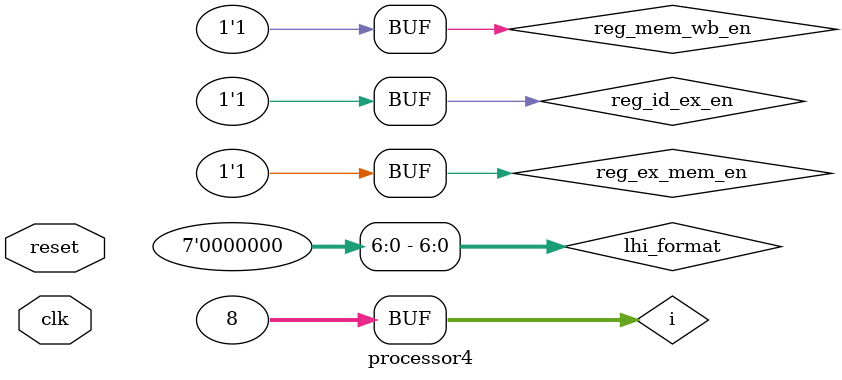
<source format=v>
module processor4 (
	input clk, reset
);

//reg [15:0] pc_current = 16'd0;
wire [15:0] pc_current_value;
reg pc_enable = 1'b1;

wire [15:0] IWR, pc_1, alu3_src2_value, alu3_out, sign_extended_6_id, sign_extended_9_id;
wire [15:0] T1, T2, alu1_out, sign_extended_6_ex, sign_extended_9_ex, T3, alu1_src2_4, T4;
wire [15:0] lhi_format;

reg [15:0] reg_addr1, pc_2, alu1_src2_value, pc_3, rfd3;

wire [2:0] temp_addr, alu_control_signal;
reg [2:0] rfa3;

wire t3_sel, branch, jump, load, sig_multiple, sig_all, mem_read, mem_write, reg_write;
wire [1:0] alu1_src, alu1_op, jump_type, reg_src1, reg_write_data_sel, reg_write_addr_sel;

reg carry_flag, zero_flag;

wire carry, zero, modify_reg_write, new_reg_write;


wire stall_condition_sp;
wire r_type_id, sw_id, br_id, sig_mult_or_all_id, adi_instr, store_multiple_id, store_all_id; 

wire [2:0] ra_id, ra_ex, ra_mem, ra_wb, rb_id, rb_ex, rb_mem, rb_wb, rc_ex, rc_mem, rc_wb;

wire r_type_ex, r_type_mem, r_type_wb;

wire condition1_t1_r1, condition1_t1_r2, condition1_t1_r;
wire condition2_t1_r1, condition2_t1_r2, condition2_t1_r;
wire condition3_t1_r1, condition3_t1_r2, condition3_t1_r;

wire condition1_t2_r1, condition1_t2_r2, condition1_t2_r3, condition1_t2_r;
wire condition2_t2_r1, condition2_t2_r2, condition2_t2_r3, condition2_t2_r;
wire condition3_t2_r1, condition3_t2_r2, condition3_t2_r3, condition3_t2_r;

wire [15:0] value_from_ex_to_id_r, value_from_mem_to_id_r, value_from_wb_to_id_r;

wire lw_lhi_ex, lw_lhi_mem, lw_lhi_wb;

wire stall_condition_t1_lw_lhi1, stall_condition_t1_lw_lhi2, stall_condition_t1_lw_lhi;
wire condition1_t1_lw_lhi1, condition1_t1_lw_lhi2, condition1_t1_lw_lhi;
wire condition2_t1_lw_lhi1, condition2_t1_lw_lhi2, condition2_t1_lw_lhi;

wire stall_condition_t2_lw_lhi1, stall_condition_t2_lw_lhi2, stall_condition_t2_lw_lhi3, stall_condition_t2_lw_lhi;
wire condition1_t2_lw_lhi1, condition1_t2_lw_lhi2, condition1_t2_lw_lhi3, condition1_t2_lw_lhi;
wire condition2_t2_lw_lhi1, condition2_t2_lw_lhi2, condition2_t2_lw_lhi3, condition2_t2_lw_lhi;

wire [15:0] value_from_mem_to_id_lw_lhi, value_from_wb_to_id_lw_lhi;

wire jal_jlr_ex, jal_jlr_mem, jal_jlr_wb;
wire condition1_t1_jal_jlr1, condition1_t1_jal_jlr2, condition1_t1_jal_jlr;
wire condition2_t1_jal_jlr1, condition2_t1_jal_jlr2, condition2_t1_jal_jlr;
wire condition3_t1_jal_jlr1, condition3_t1_jal_jlr2, condition3_t1_jal_jlr;
wire condition1_t2_jal_jlr1, condition1_t2_jal_jlr2, condition1_t2_jal_jlr3, condition1_t2_jal_jlr;
wire condition2_t2_jal_jlr1, condition2_t2_jal_jlr2, condition2_t2_jal_jlr3, condition2_t2_jal_jlr;
wire condition3_t2_jal_jlr1, condition3_t2_jal_jlr2, condition3_t2_jal_jlr3, condition3_t2_jal_jlr;
wire [15:0] value_from_ex_to_id_jal_jlr, value_from_mem_to_id_jal_jlr, value_from_wb_to_id_jal_jlr;

wire lm_ex, lm_mem;
wire condition1_t1_lm1, condition1_t1_lm2, condition1_t1_lm;
wire condition2_t1_lm1, condition2_t1_lm2,  condition2_t1_lm3, condition2_t1_lm4, condition2_t1_lm;
wire condition1_t2_lm1, condition1_t2_lm2, condition1_t2_lm3, condition1_t2_lm;
wire condition2_t2_lm1, condition2_t2_lm2, condition2_t2_lm3, condition2_t2_lm4, condition2_t2_lm5, condition2_t2_lm6, condition2_t2_lm;
wire [15:0] value_from_mem_to_id_lm, value_from_wb_to_id_lm;

wire la_ex, la_mem;
wire condition1_t1_la1, condition1_t1_la2, condition1_t1_la;
wire condition2_t1_la1, condition2_t1_la2, condition2_t1_la3, condition2_t1_la4, condition2_t1_la;
wire condition1_t2_la1, condition1_t2_la2, condition1_t2_la3, condition1_t2_la;
wire condition2_t2_la1, condition2_t2_la2, condition2_t2_la3, condition2_t2_la4, condition2_t2_la5, condition2_t2_la6, condition2_t2_la;

wire [15:0] value_from_mem_to_id_la, value_from_wb_to_id_la;

wire adi_ex, adi_mem, adi_wb;
wire condition1_t1_adi1, condition1_t1_adi2, condition1_t1_adi;
wire condition2_t1_adi1, condition2_t1_adi2, condition2_t1_adi;
wire condition3_t1_adi1, condition3_t1_adi2, condition3_t1_adi;
wire condition1_t2_adi1, condition1_t2_adi2, condition1_t2_adi3, condition1_t2_adi;
wire condition2_t2_adi1, condition2_t2_adi2, condition2_t2_adi3, condition2_t2_adi;
wire condition3_t2_adi1, condition3_t2_adi2, condition3_t2_adi3, condition3_t2_adi;
wire [15:0] value_from_ex_to_id_adi, value_from_mem_to_id_adi, value_from_wb_to_id_adi;


/////
wire store_all_ex, store_all_mem;
/////

////////////////////////
reg [2:0] reg_addr2, counter_store_multiple, counter_store_all, k_multiple, k_all;
reg counter_store_multiple_en, counter_store_all_en, k_multiple_en, k_all_en, reg_write_sp;
reg shift_reg_store_en, mem_write_sp, shift_reg_load_en, counter_load_multiple_en, counter_load_all_en;
reg [7:0] shift_reg_store, shift_reg_load;
reg [2:0] counter_load, counter_load_multiple, counter_load_all;
wire [15:0] alu1_src1_value;
wire alu1_extra_control_sig;

//////////////////////

reg flush_condition_ex;
wire flush_condition_id;

reg [15:0] T1_new, T2_new;

reg reg_if_id_en = 1'b1;
reg reg_id_ex_en = 1'b1;
reg reg_ex_mem_en = 1'b1;
reg reg_mem_wb_en = 1'b1;

reg [48:0] IF_ID_reg = 49'b0;
reg [115:0] ID_EX_reg = 116'b0;
reg [79:0] EX_MEM_reg = 80'b0;
reg [77:0] MEM_WB_reg = 78'b0;

reg [33:0] look_up_table_branch [0:7];
reg [2:0] look_up_table_branch_top;

reg [1:0] fsm_table [0:7];

reg flag1, flag2, flag3, match_sig;
//reg [2:0] i;
integer i;
integer i_var;
reg [15:0] bta;

initial
begin
	for(i=0; i<8; i=i+1)
		look_up_table_branch[i] = 0;
	
	look_up_table_branch_top = 0;
	
	fsm_table[0] = 2'b00;
	fsm_table[1] = 2'b01;
	fsm_table[2] = 2'b00;
	fsm_table[3] = 2'b11;
	fsm_table[4] = 2'b00;
	fsm_table[5] = 2'b11;
	fsm_table[6] = 2'b10;
	fsm_table[7] = 2'b11;
	
	//pc_current = 0;
	IF_ID_reg = 0;
	ID_EX_reg = 0;
	EX_MEM_reg = 0;
	MEM_WB_reg = 0;
	carry_flag = 0;
	zero_flag = 0;
	
	counter_load_all = 0;
	counter_load_multiple = 0;
	counter_store_all = 0;
	counter_store_multiple = 0;
	k_multiple = 0;
	k_all = 0;
	
	counter_load_all_en = 1'b0;
	counter_load_multiple_en = 1'b0;
	counter_store_all_en = 1'b0;
	counter_store_multiple_en = 1'b0;
	k_multiple_en = 1'b0;
	k_all_en = 1'b0;
end

/////////////////// in instruction fetch (IF) state ////////////////

//instruction_memory imem (
//								.pc(pc_current),
//								.instruction(IWR));

instruction_memory imem (
								.pc(pc_current_value),
								.instruction(IWR));

always @(*) begin
	flag3 = 0;
	for (i=0; i<8; i=i+1)
		if(flag3 != 1) begin
			if ((look_up_table_branch[i][33:18] == pc_current_value) && (look_up_table_branch[i][1] == 1'b1)) begin
				bta <= look_up_table_branch[i][17:2];
				match_sig <= 1'b1;
				flag3 = 1;
			end
			else begin
				bta <= 16'd0;
				match_sig <= 1'b0;
			end
		end
end
			
			
								
//alu_adder alu2 (.a(pc_current),
//						.b(16'd1),
//						.alu_result(pc_1));

alu_adder alu2 (.a(pc_current_value),
						.b(16'd1),
						.alu_result(pc_1));


/////////////////// end of if ////////////////////////

//always @(posedge clk)
//	begin
//		if (reg_if_id_en)
//			begin
//				IF_ID_reg[47:32] <= pc_current;
//				IF_ID_reg[31:16] <= pc_1;
//				IF_ID_reg[15:0] <= IWR;
//			end
//		//pc_current <= pc_1;
//	end

always @(posedge clk)
	begin
		if (reg_if_id_en)
			begin
				if (flush_condition_id | flush_condition_ex)
					IF_ID_reg <= 0;
				else begin
					IF_ID_reg[48] <= match_sig;
//					IF_ID_reg[47:32] <= pc_current;
					IF_ID_reg[47:32] <= pc_current_value;
					IF_ID_reg[31:16] <= pc_1;
					IF_ID_reg[15:0] <= IWR;
				end
			end
		//pc_current <= pc_1;
	end

/////////////////// in instruction decode and register read (ID-OF) state //////////////

control_unit cu (
					.reset( reset ),
					.opcode( IF_ID_reg[15:12] ),
					.alu1_src( alu1_src ),
					.alu1_op( alu1_op ),
					.t3_sel( t3_sel ),
					.load( load ),
					.sig_multiple( sig_multiple ),
					.sig_all( sig_all ),
					.branch( branch ),
					.jump( jump ),
					.jump_type( jump_type ),
					.reg_src1( reg_src1 ),
					.mem_read( mem_read ),
					.mem_write( mem_write ),
					.reg_write( reg_write ),
					.reg_write_data_sel( reg_write_data_sel ),
					.reg_write_addr_sel( reg_write_addr_sel )
					);
				
					
alu_adder alu3 (
					.a( IF_ID_reg[47:32] ),		//pc_current
					.b( alu3_src2_value ),		//alu3_src2
					.alu_result( alu3_out )		//alu3_out
					);

// se6 of IWR(5:0)					
assign sign_extended_6_id = {{10{IF_ID_reg[5]}}, IF_ID_reg[5:0]};

// se9 of IWR(8:0)
assign sign_extended_9_id = {{7{IF_ID_reg[8]}}, IF_ID_reg[8:0]};

// control signal is jump_type ans branch
assign alu3_src2_value = (~branch & jump) ? sign_extended_9_id : sign_extended_6_id;

//register_file reg_file (
//								.clk( clk ),
//								.rst( reset ),
//								.reg_write_en( reg_write_sp ),
//								.reg_read_addr_1( reg_addr1 ),		//rf_a1
//								.reg_read_data_1( T1 ),		//rf_d1
//								.reg_read_addr_2( IF_ID_reg[8:6] ),		//rf_a2 = IWR(8:6)
//								.reg_read_data_2( T2 ),		//rf_d2
//								.reg_write_dest( rfa3 ),		//rf_a3
//								.reg_write_data( rfd3 )			//rf_d3
//								);
register_file1 reg_file (
								.clk( clk ),
								.rst( reset ),
								.reg_write_en( reg_write_sp ),
								.reg_read_addr_1( reg_addr1 ),		//rf_a1
								.reg_read_data_1( T1 ),		//rf_d1
								.reg_read_addr_2( reg_addr2 ),		//rf_a2 = IWR(8:6)
								.reg_read_data_2( T2 ),		//rf_d2
								.reg_write_dest( rfa3 ),		//rf_a3
								.reg_write_data( rfd3 ),			//rf_d3
								.pc_enable_value( pc_enable ),
								.pc_value_out( pc_current_value ),
								.match_sig( match_sig ),
								.bta( bta ),
								.condition1( (~IF_ID_reg[48] & (jump & (jump_type[0] ^ jump_type[1]))) ),
								.condition2( ((ID_EX_reg[10] & (ID_EX_reg[115] ^ zero)) | (~ID_EX_reg[115] & (ID_EX_reg[9] & ~(ID_EX_reg[8] | ID_EX_reg[7])))) ),
								.value1( pc_2 ),
								.value2( pc_3 ),
								.value3( pc_1 ),
//								.value4( wb_instr_result ),
//								.reg_write_en1( reg_write_en_rf )
								.reg_write_en1( 1'b0 )
								);


//always @(posedge clk)
//	if (counter_store_multiple == 7)
//		counter_store_multiple_en <= 1'b0;
//	else if (sig_multiple)
//		counter_store_multiple_en <= 1'b1;
always @(posedge clk)
	if ((counter_store_multiple == 7) | (k_multiple == 7))
		counter_store_multiple_en <= 1'b0;
	else if (sig_multiple & (~load))
		counter_store_multiple_en <= 1'b1;
	

//always @(posedge clk)
//	if (counter_store_multiple_en)
//		counter_store_multiple <= counter_store_multiple + 1;

//always @(posedge clk)
//	if (counter_store_multiple_en | (~load & sig_multiple))
//		counter_store_multiple <= counter_store_multiple + 1;
always @(posedge clk)
	if ((counter_store_multiple_en | (~load & sig_multiple)) & (|(k_multiple ^ 3'b111)))
		counter_store_multiple <= counter_store_multiple + 1;


//always @(posedge clk)
//	if (counter_store_all == 6)
//		counter_store_all_en <= 1'b0;
//	else if (sig_all)
//		counter_store_all_en <= 1'b1;
always @(posedge clk)
	if ((counter_store_all == 6) | (k_all == 6))
		counter_store_all_en <= 1'b0;
	else if (sig_all & (~load))
		counter_store_all_en <= 1'b1;
	

//always @(posedge clk)
//	if (counter_store_all_en) begin
//		counter_store_all <= counter_store_all + 1;
//		if (counter_store_all == 6)
//			counter_store_all <= 0;
//	end
//always @(posedge clk)
//	if (counter_store_all_en | (~load & sig_all)) begin
//		counter_store_all <= counter_store_all + 1;
//		if (counter_store_all == 6)
//			counter_store_all <= 0;
//	end
always @(posedge clk)
	if ((counter_store_all_en | (~load & sig_all)) & (|(k_all ^ 3'b110))) begin
		counter_store_all <= counter_store_all + 1;
		if (counter_store_all == 6)
			counter_store_all <= 0;
	end

always @(*)
	if (~load & sig_multiple)
		reg_addr2 <= counter_store_multiple;
	else if (~load & sig_all)
		reg_addr2 <= counter_store_all;
	else
		reg_addr2 <= IF_ID_reg[8:6];

always @(*)
	case (reg_src1)
		2'b00: reg_addr1 <= IF_ID_reg[11:9];
		2'b01: reg_addr1 <= IF_ID_reg[8:6];
		default: reg_addr1 <= IF_ID_reg[11:9];
	endcase

always @(*)
	if ((branch == 1'b1) || (jump_type == 2'b01))
		pc_2 <= alu3_out;
	else if (jump_type == 2'b10)
		pc_2 <= T1;
	else
		pc_2 <= 16'bz;

////
		
always @(posedge clk)
	if (k_multiple == 7)
		k_multiple_en <= 1'b0;
	else if (sig_multiple)
		k_multiple_en <= 1'b1;
	

always @(posedge clk)
	if (k_multiple_en)
		k_multiple <= k_multiple + 1;

always @(posedge clk)
	if (k_all == 6)
		k_all_en <= 1'b0;
	else if (sig_all)
		k_all_en <= 1'b1;

//always @(posedge clk)
//	if ((k_all == 6) | (counter_load_all == 6))
//		k_all_en <= 1'b0;
//	else if (sig_all)
//		k_all_en <= 1'b1;
//	
		
always @(posedge clk)
	if (k_all_en) begin
		k_all <= k_all + 1;
		if (k_all == 6)
			k_all <= 0;
	end
		
////		

//////// Correction of Violation //////////////////

assign stall_condition_sp = (((sig_multiple == 1'b1) && (k_multiple < 7)) || ((sig_all == 1'b1) && (k_all < 6))) ? 1'b1 : 1'b0;
//assign stall_condition_sp = (((sig_multiple == 1'b1) && (k_multiple < 6)) || ((sig_all == 1'b1) && (k_all < 5))) ? 1'b1 : 1'b0;

//always @(*)
//	if (stall_condition_ra_rl | stall_condition_rb_rl | stall_condition_sp) begin
//		pc_enable <= 1'b0;
//		reg_if_id_en <= 1'b0;
//	end
//	else begin
//		pc_enable <= 1'b1;
//		reg_if_id_en <= 1'b1;
//	end

always @(*)
	if (stall_condition_t1_lw_lhi | stall_condition_t2_lw_lhi | stall_condition_sp) begin
		pc_enable <= 1'b0;
		reg_if_id_en <= 1'b0;
	end
	else begin
		pc_enable <= 1'b1;
		reg_if_id_en <= 1'b1;
	end
	

always @(*)
	if (condition1_t1_lw_lhi)
		T1_new <= value_from_mem_to_id_lw_lhi;
	else if (condition2_t1_lw_lhi)
		T1_new <= value_from_wb_to_id_lw_lhi;
	else if (condition1_t1_lm)
		T1_new <= value_from_mem_to_id_lm;
	else if (condition2_t1_lm)
		T1_new <= value_from_wb_to_id_lm;
	else if (condition1_t1_la)
		T1_new <= value_from_mem_to_id_la;
	else if (condition2_t1_la)
		T1_new <= value_from_wb_to_id_la;
	else if (condition1_t1_r)
		T1_new <= value_from_ex_to_id_r;
	else if (condition2_t1_r)
		T1_new <= value_from_mem_to_id_r;
	else if (condition3_t1_r)
		T1_new <= value_from_wb_to_id_r;
	else if (condition1_t1_adi)
		T1_new <= value_from_ex_to_id_adi;
	else if (condition2_t1_adi)
		T1_new <= value_from_mem_to_id_adi;
	else if (condition3_t1_adi)
		T1_new <= value_from_wb_to_id_adi;
	else if (condition1_t1_jal_jlr)
		T1_new <= value_from_ex_to_id_jal_jlr;
	else if (condition2_t1_jal_jlr)
		T1_new <= value_from_mem_to_id_jal_jlr;
	else if (condition3_t1_jal_jlr)
		T1_new <= value_from_wb_to_id_jal_jlr;
	else
		T1_new <= T1;

always @(*)
	if (condition1_t2_lw_lhi)
		T2_new <= value_from_mem_to_id_lw_lhi;
	else if (condition2_t2_lw_lhi)
		T2_new <= value_from_wb_to_id_lw_lhi;
	else if (condition1_t2_lm)
		T2_new <= value_from_mem_to_id_lm;
	else if (condition2_t2_lm)
		T2_new <= value_from_wb_to_id_lm;
	else if (condition1_t2_la)
		T2_new <= value_from_mem_to_id_la;
	else if (condition2_t2_la)
		T2_new <= value_from_wb_to_id_la;
	else if (condition1_t2_r)
		T2_new <= value_from_ex_to_id_r;
	else if (condition2_t2_r)
		T2_new <= value_from_mem_to_id_r;
	else if (condition3_t2_r)
		T2_new <= value_from_wb_to_id_r;
	else if (condition1_t2_adi)
		T2_new <= value_from_ex_to_id_adi;
	else if (condition2_t2_adi)
		T2_new <= value_from_mem_to_id_adi;
	else if (condition3_t2_adi)
		T2_new <= value_from_wb_to_id_adi;
	else if (condition1_t2_jal_jlr)
		T2_new <= value_from_ex_to_id_jal_jlr;
	else if (condition2_t2_jal_jlr)
		T2_new <= value_from_mem_to_id_jal_jlr;
	else if (condition3_t2_jal_jlr)
		T2_new <= value_from_wb_to_id_jal_jlr;
	else
		T2_new <= T2;


///////////////////////////////////////////////////////////

// flush condition

//assign flush_condition_id = (jump & (jump_type[0] ^ jump_type[1]));

assign flush_condition_id = ((jump & (jump_type[0] ^ jump_type[1])) && (~IF_ID_reg[48])) ? 1'b1 : 1'b0;

//////////////////

/////////////////// end of id-of ///////////////////////////////////
	
//always @(posedge clk)
//	if (reg_id_ex_en)
//		begin
//			ID_EX_reg[98:83] <= T1;	//T1
//			ID_EX_reg[82:67] <= T2;	//T2
//			ID_EX_reg[66:51] <= pc_2;	//pc_2
//			ID_EX_reg[50:35] <= IF_ID_reg[31:16];	//pc_1
//			ID_EX_reg[34:19] <= IF_ID_reg[15:0];	//IWR
//			
//			ID_EX_reg[18:17] <= alu1_src;
//			ID_EX_reg[16:15] <= alu1_op;
//			ID_EX_reg[14] <= t3_sel;
//			ID_EX_reg[13] <= load;
//			ID_EX_reg[12] <= branch;
//			ID_EX_reg[11] <= jump;
//			ID_EX_reg[10:9] <= jump_type;
//													//removing reg_src1;
//			ID_EX_reg[8] <= mem_read;
//			ID_EX_reg[7] <= mem_write;
//			ID_EX_reg[6] <= mem_write_sig;
//			ID_EX_reg[5] <= reg_write;
//			ID_EX_reg[4] <= reg_write_sig;
//			ID_EX_reg[3:2] <= reg_write_data_sel;
//			ID_EX_reg[1:0] <= reg_write_addr_sel;
//		end

//always @(posedge clk)
//	if (reg_id_ex_en)
//		begin
//			ID_EX_reg[100:85] <= T1_new;	//T1
//			ID_EX_reg[84:69] <= T2_new;	//T2
//			ID_EX_reg[68:53] <= pc_2;	//pc_2
//			ID_EX_reg[52:37] <= IF_ID_reg[31:16];	//pc_1
//			
//			if (~(sig_multiple ^ sig_all) & (stall_condition_ra_rl | stall_condition_rb_rl))
//				ID_EX_reg[36:0] <= 37'd0;
//			else
//			begin
//				ID_EX_reg[36:21] <= IF_ID_reg[15:0];	//IWR
//				
//				ID_EX_reg[20:19] <= alu1_src;
//				ID_EX_reg[18:17] <= alu1_op;
//				ID_EX_reg[16] <= t3_sel;
//				ID_EX_reg[15] <= load;
//				ID_EX_reg[14] <= sig_multiple;
//				ID_EX_reg[13] <= sig_all;
//				ID_EX_reg[12] <= branch;
//				ID_EX_reg[11] <= jump;
//				ID_EX_reg[10:9] <= jump_type;
//														//removing reg_src1;
//				ID_EX_reg[8] <= mem_read;
//				ID_EX_reg[7] <= mem_write;
//				ID_EX_reg[6] <= mem_write_sig;
//				ID_EX_reg[5] <= reg_write;
//				ID_EX_reg[4] <= reg_write_sig;
//				ID_EX_reg[3:2] <= reg_write_data_sel;
//				ID_EX_reg[1:0] <= reg_write_addr_sel;
//			end
//		end

always @(posedge clk)
	if (reg_id_ex_en)
		begin
			if (flush_condition_ex)
				ID_EX_reg <= 0;
			else begin
				ID_EX_reg[115] <= IF_ID_reg[48];	//match_sig
				ID_EX_reg[114:99] <= IF_ID_reg[47:32];	//pc_current
				
				ID_EX_reg[98:83] <= T1_new;	//T1
				ID_EX_reg[82:67] <= T2_new;	//T2
				ID_EX_reg[66:51] <= pc_2;	//pc_2
				ID_EX_reg[50:35] <= IF_ID_reg[31:16];	//pc_1
				
//				if (~(sig_multiple ^ sig_all) & (stall_condition_ra_rl | stall_condition_rb_rl))
//					ID_EX_reg[34:0] <= 35'd0;
//				else
				if (~(sig_multiple ^ sig_all) & (stall_condition_t1_lw_lhi | stall_condition_t2_lw_lhi)) begin
					ID_EX_reg[34:0] <= 35'd0;
					
					ID_EX_reg[115:35] <= 0;
				end
				else
				begin
					ID_EX_reg[34:19] <= IF_ID_reg[15:0];	//IWR
					
					ID_EX_reg[18:17] <= alu1_src;
					ID_EX_reg[16:15] <= alu1_op;
					ID_EX_reg[14] <= t3_sel;
					ID_EX_reg[13] <= load;
					ID_EX_reg[12] <= sig_multiple;
					ID_EX_reg[11] <= sig_all;
					ID_EX_reg[10] <= branch;
					ID_EX_reg[9] <= jump;
					ID_EX_reg[8:7] <= jump_type;
															//removing reg_src1;
					ID_EX_reg[6] <= mem_read;
					ID_EX_reg[5] <= mem_write;
					ID_EX_reg[4] <= reg_write;
					ID_EX_reg[3:2] <= reg_write_data_sel;
					ID_EX_reg[1:0] <= reg_write_addr_sel;
				end
			end
		end

/////////////////// in execution state (EX) state ////////////////

alu_control alu_control_dut (
										.aluop( ID_EX_reg[16:15] ),
										.condition_cz( ID_EX_reg[20:19] ),
										.alu_control( alu_control_signal )
										);
										
//alu1 alu1_dut (
//					.a( ID_EX_reg[100:85] ),
//					.b( alu1_src2_value ),
//					.carry_flag( carry_flag ),
//					.zero_flag( zero_flag ),
//					.alu_control( alu_control_signal ),
//					.alu_result( alu1_out ),
//					.zero( zero ),
//					.carry( carry ),
//					.modify_reg_write( modify_reg_write )
//					);
alu1 alu1_dut (
					.a( alu1_src1_value ),
					.b( alu1_src2_value ),
					.carry_flag( carry_flag ),
					.zero_flag( zero_flag ),
					.alu_control( alu_control_signal ),
					.alu_result( alu1_out ),
					.zero( zero ),
					.carry( carry ),
					.modify_reg_write( modify_reg_write )
					);

					
//T3 sel
assign T3 = (ID_EX_reg[14]) ? lhi_format : alu1_out;

assign lhi_format = {ID_EX_reg[27:19], 7'b0};

//SE6 of IWR(5:0)					
assign sign_extended_6_ex = {{10{ID_EX_reg[24]}}, ID_EX_reg[24:19]};

//SE6 of IWR(8:0)
assign sign_extended_9_ex = {{7{ID_EX_reg[27]}}, ID_EX_reg[27:19]};

always @(*)
	case (ID_EX_reg[18:17])	//alu1_src
		2'b00: alu1_src2_value <= ID_EX_reg[82:67];	//T2
		2'b01: alu1_src2_value <= sign_extended_6_ex;	//se IWR(5:0)
		2'b10: alu1_src2_value <= sign_extended_9_ex;	//se IWR(8:0)
		2'b11: alu1_src2_value <= alu1_src2_4;		//temp
	endcase

//
assign alu1_src2_4 = (alu1_extra_control_sig) ? 16'd1 : 16'd0;
assign alu1_src1_value = (alu1_extra_control_sig) ? EX_MEM_reg[63:48] : ID_EX_reg[98:83];// ? T3 : T1

///////////////// alert change this according to pipeline reg/////
assign alu1_extra_control_sig = (((sig_multiple ^ sig_all) == 1'b1) && ((k_multiple_en==1'b1 && k_multiple > 0) || (k_all_en==1'b1 && k_all > 0)));
	
//modify_reg_write
assign new_reg_write = (modify_reg_write) ? 1'b0 : ID_EX_reg[4];	//reg_write

// pc_3
always @(*)
	if (ID_EX_reg[10])	//branch
		if (zero)
			pc_3 <= ID_EX_reg[66:51];	// taken (to pc_2)
		else
			pc_3 <= ID_EX_reg[50:35];	//not taken (go to pc_1)
	else if ((ID_EX_reg[9] == 1'b1) && (ID_EX_reg[8:7] == 2'b00))	//jump, jump_type
		pc_3 <= T3;	//T3
	else
		pc_3 <= ID_EX_reg[50:35];	//pc_1
		
///////////////
// flush condition

//assign flush_condition_ex = ((ID_EX_reg[10] & zero) | (ID_EX_reg[9] & ~(| ID_EX_reg[8:7])));

always @(*)
	if (ID_EX_reg[115])		//match_sig in EX
		if (((ID_EX_reg[10] & zero) | (ID_EX_reg[9] & ~(| ID_EX_reg[8:7]))))
			flush_condition_ex <= 1'b0;
		else
			flush_condition_ex <= 1'b1;
	else
		if (((ID_EX_reg[10] & zero) | (ID_EX_reg[9] & ~(| ID_EX_reg[8:7]))))
			flush_condition_ex <= 1'b1;
		else
			flush_condition_ex <= 1'b0;

///////// pc_updation ///////////////

//always @(posedge clk)
//	if(pc_enable)
//		if(jump & (jump_type[0] ^ jump_type[1]))	// jump and jumptype jal, jlr
//			pc_current <= pc_2;
//		else if(ID_EX_reg[12] | (ID_EX_reg[11] & ~(ID_EX_reg[10] | ID_EX_reg[9])))
//			pc_current <= pc_3;
//		else
//			pc_current <= pc_1;

//always @(posedge clk)
//	if(pc_enable)
//		if(jump & (jump_type[0] ^ jump_type[1]))	// jump and jumptype jal, jlr
//			pc_current <= pc_2;
//		else if((ID_EX_reg[10] & zero) | (ID_EX_reg[9] & ~(ID_EX_reg[8] | ID_EX_reg[7])))
//			pc_current <= pc_3;
//		else
//			pc_current <= pc_1;

//always @(posedge clk)
//	if(pc_enable)
//		if(match_sig)
//			pc_current <= bta;
//		else if(jump & (jump_type[0] ^ jump_type[1]))	// jump and jumptype jal, jlr
//			pc_current <= pc_2;
//		else if((ID_EX_reg[10] & zero) | (ID_EX_reg[9] & ~(ID_EX_reg[8] | ID_EX_reg[7])))
//			pc_current <= pc_3;
//		else
//			pc_current <= pc_1;

//always @(posedge clk)
//	if(pc_enable)
//		if(match_sig)
//			pc_current <= bta;
//		else if(~IF_ID_reg[48] & (jump & (jump_type[0] ^ jump_type[1])))	// jump and jumptype jal, jlr
//			pc_current <= pc_2;
//		else if ((ID_EX_reg[10] & (ID_EX_reg[115] ^ zero)) | (~ID_EX_reg[115] & (ID_EX_reg[9] & ~(ID_EX_reg[8] | ID_EX_reg[7]))))		// (branch & (taken ^ match_sig)) | (~match_sig & jump condition)
//			pc_current <= pc_3;
//		else
//			pc_current <= pc_1;
		
//always @(posedge clk)
//	if(pc_enable)
//		if(match_sig)
//			pc_current <= bta;
//		else if(~IF_ID_reg[48] & (jump & (jump_type[0] ^ jump_type[1])))	// jump and jumptype jal, jlr
//			pc_current <= pc_2;
//		else if ((ID_EX_reg[10] & (ID_EX_reg[115] ^ zero)) | (~ID_EX_reg[115] & (ID_EX_reg[9] & ~(ID_EX_reg[8] | ID_EX_reg[7]))))		// (branch & (taken ^ match_sig)) | (~match_sig & jump condition)
//			pc_current <= pc_3;
////		else if ((ID_EX_reg[4] & (~ID_EX_reg[13]) & (~ID_EX_reg[9])) & (& ))
//		else
//			pc_current <= pc_1;
		
///////////look_up_table updation //////////////////

always @(posedge clk) begin
	if (jump & (jump_type[0] ^ jump_type[1])) begin		// jump and jumptype jal, jlr
		flag1 = 0;
		for(i=0; i<8; i=i+1)
			if(look_up_table_branch[i][33:18] == IF_ID_reg[47:32])	// match with pc of instr
				flag1 = 1;
		if (flag1 == 0) begin
			look_up_table_branch[look_up_table_branch_top] <= {IF_ID_reg[47:32], pc_2, 2'b11};	//pc, bta, hb
			look_up_table_branch_top <= look_up_table_branch_top + 1;
		end
	end
	else if ((ID_EX_reg[10]) | (ID_EX_reg[9] & ~(ID_EX_reg[8] | ID_EX_reg[7]))) begin
		flag2 = 0;
		for(i=0; i<8; i=i+1)
			if(look_up_table_branch[i][33:18] == ID_EX_reg[114:99]) begin	// match with pc of instr
				flag2 = 1;
				i_var = i;
				$display("time = %0t, i = %d",$time, i);
			end
		if (flag2 == 0) begin
			//look_up_table_branch[look_up_table_branch_top] <= {ID_EX_reg[114:99], ID_EX_reg[66:51], ((ID_EX_reg[10] & zero) | (ID_EX_reg[9] & ~(ID_EX_reg[8] | ID_EX_reg[7]))), ~((ID_EX_reg[10] & zero) | (ID_EX_reg[9] & ~(ID_EX_reg[8] | ID_EX_reg[7])))};	//pc, bta, hb
			look_up_table_branch_top <= look_up_table_branch_top + 1;
			if (ID_EX_reg[10])
				look_up_table_branch[look_up_table_branch_top] <= {ID_EX_reg[114:99], ID_EX_reg[66:51], (ID_EX_reg[10] & zero), ~(ID_EX_reg[10] & zero)};	//pc, bta, hb
			else
				look_up_table_branch[look_up_table_branch_top] <= {ID_EX_reg[114:99], T3, 2'b11};	//pc, bta, hb
		end
		else begin
//			if (ID_EX_reg[10] & zero) begin	//branch and zero i.e. taken
//				if (look_up_table_branch[i][1:0] == )
//			end
//			else begin	// not taken
//				//
//			end
			
			look_up_table_branch[i_var][1:0] <= fsm_table[{look_up_table_branch[i_var][1:0], ((ID_EX_reg[10] & zero) | (ID_EX_reg[9] & ~(ID_EX_reg[8] | ID_EX_reg[7])))}];
		end
	end
end

////////////////////////////////////////////////////

//assign condition_rf1 = 

/////////////////// end of ex ////////////////////////////////////

always @(posedge clk)
	if (reg_ex_mem_en)
		begin
			carry_flag <= carry;
			
			EX_MEM_reg[79:64] <= ID_EX_reg[82:67];	//T2
			EX_MEM_reg[63:48] <= T3;	//T3
			EX_MEM_reg[47:32] <= ID_EX_reg[50:35];	//pc_1
			EX_MEM_reg[31:16] <= ID_EX_reg[34:19];	//IWR
			
			//control signals
															// removing alu1_src;
			EX_MEM_reg[15:14] <= ID_EX_reg[16:15];			// alu1_op;
															//removing t3_sel;
			EX_MEM_reg[13] <= ID_EX_reg[13];		//load;
			EX_MEM_reg[12] <= ID_EX_reg[12];			//sig_multiple
			EX_MEM_reg[11] <= ID_EX_reg[11];			//sig_all
			EX_MEM_reg[10] <= ID_EX_reg[10];				// branch;
			EX_MEM_reg[9] <= ID_EX_reg[9];				// jump;
			EX_MEM_reg[8:7] <= ID_EX_reg[8:7];				// jump_type;
													//removing reg_src1;
			EX_MEM_reg[6] <= ID_EX_reg[6];		//mem_read;
			EX_MEM_reg[5] <= ID_EX_reg[5];		//mem_write;
			EX_MEM_reg[4] <= new_reg_write;		//reg_write;
			EX_MEM_reg[3:2] <= ID_EX_reg[3:2];	//reg_write_data_sel;
			EX_MEM_reg[1:0] <= ID_EX_reg[1:0];	//reg_write_addr_sel;
		end

//always @(posedge clk)
//	if (reg_ex_mem_en)
//		begin
//			if (flush_condition_ex)
//				EX_MEM_reg <= 0;
//			else begin
//				carry_flag <= carry;
//				
//				EX_MEM_reg[75:60] <= ID_EX_reg[84:69];	//T2
//				EX_MEM_reg[59:44] <= T3;	//T3
//				EX_MEM_reg[43:28] <= ID_EX_reg[52:37];	//pc_1
//				EX_MEM_reg[27:12] <= ID_EX_reg[36:21];	//IWR
//				
//				//control signals
//																// removing alu1_src;
//																// removing alu1_op;
//																//removing t3_sel;
//				EX_MEM_reg[11] <= ID_EX_reg[15];		//load;
//				EX_MEM_reg[10] <= ID_EX_reg[14];			//sig_multiple
//				EX_MEM_reg[9] <= ID_EX_reg[13];			//sig_all
//															//removing branch;
//															//removing jump;
//															// removing jump_type;
//														//removing reg_src1;
//				EX_MEM_reg[8] <= ID_EX_reg[8];		//mem_read;
//				EX_MEM_reg[7] <= ID_EX_reg[7];		//mem_write;
//				EX_MEM_reg[6] <= ID_EX_reg[6];		//mem_write_sig;
//				EX_MEM_reg[5] <= new_reg_write;		//reg_write;
//				EX_MEM_reg[4] <= ID_EX_reg[4];		//reg_write_sig;
//				EX_MEM_reg[3:2] <= ID_EX_reg[3:2];	//reg_write_data_sel;
//				EX_MEM_reg[1:0] <= ID_EX_reg[1:0];	//reg_write_addr_sel;
//			end
//		end
	
always @(posedge clk)
	if (ID_EX_reg[12])	//sig_multiple
		shift_reg_store_en <= 1'b1;
	else
		shift_reg_store_en <= 1'b0;

always @(posedge clk)
	if (shift_reg_store_en)
		shift_reg_store <= shift_reg_store << 1;
	else if (ID_EX_reg[12])		//sig_multiple
		shift_reg_store <= ID_EX_reg[26:19];		//IWR(7:0)

/////////////////// in Memory Access (MEM) state /////////////////

//always @(*)
//	if (EX_MEM_reg[10] & (~EX_MEM_reg[11]))		//sig_multiple and not load
//		mem_write_sp <= shift_reg_store[7];
//	else if (EX_MEM_reg[9] & (~EX_MEM_reg[11]))		//sig_all and not load
//		mem_write_sp <= 1'b1;
//	else
//		mem_write_sp <= EX_MEM_reg[7];

//always @(*)
//	if (EX_MEM_reg[10] & (~EX_MEM_reg[11]))		//sig_multiple and not load
//		mem_write_sp <= shift_reg_store[7];
//	else if ((EX_MEM_reg[9] & (~EX_MEM_reg[11])) & (ID_EX_reg[13] & (~ID_EX_reg[15])))		//sig_all and not load from ID/EX
//		mem_write_sp <= 1'b1;
//	else
//		mem_write_sp <= EX_MEM_reg[7];

always @(*)
	if (EX_MEM_reg[12] & (~EX_MEM_reg[13]))		//sig_multiple and not load
		mem_write_sp <= shift_reg_store[7];
	else if (store_all_ex & store_all_mem)		//sig_all and not load from ID/EX
		mem_write_sp <= 1'b1;
	else
		mem_write_sp <= EX_MEM_reg[5];	//mem_write

data_memory data_memory_dut (
										.clk(clk),
										.mem_access_addr( EX_MEM_reg[63:48] ),	//T3
										.mem_write_data( EX_MEM_reg[79:64] ),			//T2
										.mem_write_en( mem_write_sp ),
										.mem_read( EX_MEM_reg[6] ),
										.mem_read_data( T4 )			//T4
										);

/// updation of zero_flag

always @(posedge clk)
	if (EX_MEM_reg[13])		//load
		zero_flag <= (T4 == 16'd0) ? 1'b1 : 1'b0;
	else
		zero_flag <= zero;
										
/////////////////// end of mem /////////////////////////////////

always @(posedge clk)
	if (reg_mem_wb_en)
		begin
			MEM_WB_reg[77:62] <= EX_MEM_reg[63:48];		//T3
			MEM_WB_reg[61:46] <= T4;		//T4
			MEM_WB_reg[45:30] <= EX_MEM_reg[47:32];		//pc_1
			MEM_WB_reg[29:14] <= EX_MEM_reg[31:16];		//IWR
		
			//control signals
															// removing alu1_src;
			MEM_WB_reg[13:12] <= EX_MEM_reg[15:14];			// alu1_op;
															//removing t3_sel;
			MEM_WB_reg[11] <= EX_MEM_reg[13];		//load;
			MEM_WB_reg[10] <= EX_MEM_reg[12];			// sig_multiple
			MEM_WB_reg[9] <= EX_MEM_reg[11];			// sig_all
			MEM_WB_reg[8] <= EX_MEM_reg[10];				// branch;
			MEM_WB_reg[7] <= EX_MEM_reg[9];				// jump;
			MEM_WB_reg[6:5] <= EX_MEM_reg[8:7];				// jump_type;
													//removing reg_src1;
													// removing mem_read;
													// removing mem_write;
			MEM_WB_reg[4] <= EX_MEM_reg[4];		//reg_write;
			MEM_WB_reg[3:2] <= EX_MEM_reg[3:2];		//reg_write_data_sel;
			MEM_WB_reg[1:0] <= EX_MEM_reg[1:0];		//reg_write_addr_sel;
		end

always @(posedge clk)
	if (EX_MEM_reg[12])	//sig_multiple
		shift_reg_load_en <= 1'b1;
		//shift_reg_load <= EX_MEM_reg[17:10];	//IWR(7:0)
	else
		shift_reg_load_en <= 1'b0;

always @(posedge clk)
	if (shift_reg_load_en)
		shift_reg_load <= shift_reg_load << 1;
	else if (EX_MEM_reg[12])	//sig_multiple
		shift_reg_load <= EX_MEM_reg[23:16];	//IWR(7:0)
		
always @(posedge clk)
	if (counter_load_multiple == 7)
		counter_load_multiple_en <= 1'b0;
	else if (EX_MEM_reg[13] & (EX_MEM_reg[12]))	//load and sig_multiple
		counter_load_multiple_en <= 1'b1;


always @(posedge clk)
	if (counter_load_multiple_en)
		counter_load_multiple <= counter_load_multiple + 1;

always @(posedge clk)
	if (counter_load_all == 6)
		counter_load_all_en <= 1'b0;
	else if (EX_MEM_reg[13] & EX_MEM_reg[11])	//load and sig_all
		counter_load_all_en <= 1'b1;
	

always @(posedge clk)
	if (counter_load_all_en) begin
		counter_load_all <= counter_load_all + 1;
		if (counter_load_all == 6)
			counter_load_all <= 0;
	end

/////////////////// in writeback (WB) state ///////////////////////

//always @(*)
//	if (MEM_WB_reg[7] & MEM_WB_reg[8])		//sig_multiple
//		reg_write_sp <= shift_reg_load[7];
//	else if (MEM_WB_reg[6] & MEM_WB_reg[8])		//sig_all
//		reg_write_sp <= 1'b1;
//	else
//		reg_write_sp <= MEM_WB_reg[5];

always @(*)
	if (MEM_WB_reg[11] & MEM_WB_reg[10])		//load and sig_multiple
		reg_write_sp <= shift_reg_load[7];
	else if ((MEM_WB_reg[11] & MEM_WB_reg[9]) & (EX_MEM_reg[13] & EX_MEM_reg[11]))		//load and sig_all
		reg_write_sp <= 1'b1;
	else
		reg_write_sp <= MEM_WB_reg[4];	//reg_write

always @(*)
	if (MEM_WB_reg[11] & MEM_WB_reg[10])	//load and sig_multiple
		counter_load <= counter_load_multiple;
	else if (MEM_WB_reg[11] & MEM_WB_reg[9])			//load and sig_all
		counter_load <= counter_load_all;
	else
		counter_load <= 0;

always @(*)
	case (MEM_WB_reg[3:2])	//reg_write_data_sel
		2'b00: rfd3 <= MEM_WB_reg[77:62];	//T3
		2'b01: rfd3 <= MEM_WB_reg[61:46];	//T4
		2'b10: rfd3 <= MEM_WB_reg[45:30];	//pc_1
		2'b11: rfd3 <= MEM_WB_reg[61:46];	//tmp = T4
	endcase
	
always @(*)
	case (MEM_WB_reg[1:0])	//reg_write_addr_sel
		2'b00: rfa3 <= MEM_WB_reg[22:20];	//IWR(8:6)
		2'b01: rfa3 <= MEM_WB_reg[25:23];	//IWR(11:9)
		2'b10: rfa3 <= MEM_WB_reg[19:17];	//IWR(5:3)
		2'b11: rfa3 <= counter_load;	//tmp
	endcase

/////////////////// end of wb ////////////////////////////////////

////////////////// Detection ////////////////////////////////

//assign r_type_id = ~alu1_op[1];
assign r_type_id = (~alu1_op[1]) & reg_write;	//alu1_op msb and reg_write
assign sw_id = mem_write;
assign br_id = branch;
assign sig_mult_or_all_id = sig_multiple ^ sig_all;
assign adi_instr = (reg_write & (~load) & (~jump) & (~r_type_id));
//assign load_sig_id = load;
assign store_multiple_id = (~load) & sig_multiple;
assign store_all_id = (~load) & sig_all;

assign store_all_ex = (~ID_EX_reg[13]) & ID_EX_reg[11];
assign store_all_mem = (~EX_MEM_reg[13]) & EX_MEM_reg[11];
//assign store_all_wb = (~MEM_WB_reg[11]) & MEM_WB_reg[9];

assign ra_id = IF_ID_reg[11:9]; //IWR(11:9)
assign ra_ex = ID_EX_reg[30:28];	//IWR(11:9)
assign ra_mem = EX_MEM_reg[27:25];	//IWR(11:9)
assign ra_wb = MEM_WB_reg[25:23];	//IWR(11:9)
assign rb_id = IF_ID_reg[8:6];	//IWR(8:6)
assign rb_ex = ID_EX_reg[27:25];	//IWR(8:6)
assign rb_mem = EX_MEM_reg[24:22];		//IWR(8:6)
assign rb_wb = MEM_WB_reg[22:20];		//IWR(8:6)
assign rc_ex = ID_EX_reg[24:22];	//IWR(5:3)
assign rc_mem = EX_MEM_reg[21:19];	//IWR(5:3)
assign rc_wb = MEM_WB_reg[19:17];	//IWR(5:3)

//////////// first instr is Rtype //////////////////////

//assign r_type_ex = ~ID_EX_reg[16];
//assign r_type_mem = ~EX_MEM_reg[15];
//assign r_type_wb = ~MEM_WB_reg[13];

assign r_type_ex = (~ID_EX_reg[16]) & ID_EX_reg[4];	//(not of msb of alu1_op) & reg_write;
assign r_type_mem = (~EX_MEM_reg[15]) & EX_MEM_reg[4];
assign r_type_wb = (~MEM_WB_reg[13]) & MEM_WB_reg[4];

//t1
assign condition1_t1_r1 = ((ra_id === rc_ex) && (r_type_ex === 1'b1) && ((r_type_id | sw_id | br_id | (jump & ~(| jump_type)) | sig_mult_or_all_id | adi_instr) === 1'b1)) ? 1'b1 : 1'b0;
assign condition1_t1_r2 = ((rb_id === rc_ex) && (r_type_ex === 1'b1) && (((load & (~t3_sel)) | (jump & jump_type[1] & (~jump_type[0]))) === 1'b1)) ? 1'b1 : 1'b0;
assign condition1_t1_r = (condition1_t1_r1 | condition1_t1_r2);

assign condition2_t1_r1 = ((ra_id === rc_mem) && (r_type_mem === 1'b1) && ((r_type_id | sw_id | br_id | (jump & ~(| jump_type)) | sig_mult_or_all_id | adi_instr) === 1'b1)) ? 1'b1 : 1'b0;
assign condition2_t1_r2 = ((rb_id === rc_mem) && (r_type_mem === 1'b1) && (((load & (~t3_sel)) | (jump & jump_type[1] & (~jump_type[0]))) === 1'b1)) ? 1'b1 : 1'b0;
assign condition2_t1_r = (condition2_t1_r1 | condition2_t1_r2);

assign condition3_t1_r1 = ((ra_id === rc_wb) && (r_type_wb === 1'b1) && ((r_type_id | sw_id | br_id | (jump & ~(| jump_type)) | sig_mult_or_all_id | adi_instr) === 1'b1)) ? 1'b1 : 1'b0;
assign condition3_t1_r2 = ((rb_id === rc_wb) && (r_type_wb === 1'b1) && (((load & (~t3_sel)) | (jump & jump_type[1] & (~jump_type[0]))) === 1'b1)) ? 1'b1 : 1'b0;
assign condition3_t1_r = (condition3_t1_r1 | condition3_t1_r2);

//t2
assign condition1_t2_r1 = ((rb_id === rc_ex) && (r_type_ex === 1'b1) && ((r_type_id | sw_id | br_id) === 1'b1)) ? 1'b1 : 1'b0;
assign condition1_t2_r2 = ((counter_store_multiple === rc_ex) && (r_type_ex === 1'b1) && (store_multiple_id === 1'b1)) ? 1'b1 : 1'b0;
assign condition1_t2_r3 = ((counter_store_all === rc_ex) && (r_type_ex === 1'b1) && (store_all_id === 1'b1)) ? 1'b1 : 1'b0;
assign condition1_t2_r = (condition1_t2_r1 | condition1_t2_r2 | condition1_t2_r3);

assign condition2_t2_r1 = ((rb_id === rc_mem) && (r_type_mem === 1'b1) && ((r_type_id | sw_id | br_id) === 1'b1)) ? 1'b1 : 1'b0;
assign condition2_t2_r2 = ((counter_store_multiple === rc_mem) && (r_type_mem === 1'b1) && (store_multiple_id === 1'b1)) ? 1'b1 : 1'b0;
assign condition2_t2_r3 = ((counter_store_all === rc_mem) && (r_type_mem === 1'b1) && (store_all_id === 1'b1)) ? 1'b1 : 1'b0;
assign condition2_t2_r = (condition2_t2_r1 | condition2_t2_r2 | condition2_t2_r3);

assign condition3_t2_r1 = ((rb_id === rc_wb) && (r_type_wb === 1'b1) && ((r_type_id | sw_id | br_id) === 1'b1)) ? 1'b1 : 1'b0;
assign condition3_t2_r2 = ((counter_store_multiple === rc_wb) && (r_type_wb === 1'b1) && (store_multiple_id === 1'b1)) ? 1'b1 : 1'b0;
assign condition3_t2_r3 = ((counter_store_all === rc_wb) && (r_type_wb === 1'b1) && (store_all_id === 1'b1)) ? 1'b1 : 1'b0;
assign condition3_t2_r = (condition3_t2_r1 | condition3_t2_r2 | condition3_t2_r3);

assign value_from_ex_to_id_r = T3;
assign value_from_mem_to_id_r = EX_MEM_reg[63:48]; //it's also T3 in mem
assign value_from_wb_to_id_r = MEM_WB_reg[77:62]; //it's also T3 in wb

//////////// first instr is lw/lhi //////////////////////

assign lw_lhi_ex = ID_EX_reg[13] & ~(ID_EX_reg[12] ^ ID_EX_reg[11]);
assign lw_lhi_mem = EX_MEM_reg[13] & ~(EX_MEM_reg[12] ^ EX_MEM_reg[11]);
assign lw_lhi_wb = MEM_WB_reg[11] & ~(MEM_WB_reg[10] ^ MEM_WB_reg[9]);

//t1
assign stall_condition_t1_lw_lhi1 = ((ra_id === ra_ex) && (lw_lhi_ex === 1'b1) && ((r_type_id | sw_id | br_id | (jump & ~(| jump_type)) | sig_mult_or_all_id | adi_instr) === 1'b1)) ? 1'b1 : 1'b0;
assign stall_condition_t1_lw_lhi2 = ((rb_id === ra_ex) && (lw_lhi_ex === 1'b1) && (((load & (~t3_sel)) | (jump & jump_type[1] & (~jump_type[0]))) === 1'b1)) ? 1'b1 : 1'b0;
assign stall_condition_t1_lw_lhi = (stall_condition_t1_lw_lhi1 | stall_condition_t1_lw_lhi2);

assign condition1_t1_lw_lhi1 = ((ra_id === ra_mem) && (lw_lhi_mem === 1'b1) && ((r_type_id | sw_id | br_id | (jump & ~(| jump_type)) | sig_mult_or_all_id | adi_instr) === 1'b1)) ? 1'b1 : 1'b0;
assign condition1_t1_lw_lhi2 = ((rb_id === ra_mem) && (lw_lhi_mem === 1'b1) && (((load & (~t3_sel)) | (jump & jump_type[1] & (~jump_type[0]))) === 1'b1)) ? 1'b1 : 1'b0;
assign condition1_t1_lw_lhi = (condition1_t1_lw_lhi1 | condition1_t1_lw_lhi2);

assign condition2_t1_lw_lhi1 = ((ra_id === ra_wb) && (lw_lhi_wb === 1'b1) && ((r_type_id | sw_id | br_id | (jump & ~(| jump_type)) | sig_mult_or_all_id | adi_instr) === 1'b1)) ? 1'b1 : 1'b0;
assign condition2_t1_lw_lhi2 = ((rb_id === ra_wb) && (lw_lhi_wb === 1'b1) && (((load & (~t3_sel)) | (jump & jump_type[1] & (~jump_type[0]))) === 1'b1)) ? 1'b1 : 1'b0;
assign condition2_t1_lw_lhi = (condition2_t1_lw_lhi1 | condition2_t1_lw_lhi2);

//t2
assign stall_condition_t2_lw_lhi1 = ((rb_id === ra_ex) && (lw_lhi_ex === 1'b1) && ((r_type_id | sw_id | br_id) === 1'b1)) ? 1'b1 : 1'b0;
assign stall_condition_t2_lw_lhi2 = ((counter_store_multiple === ra_ex) && (lw_lhi_ex === 1'b1) && (store_multiple_id === 1'b1)) ? 1'b1 : 1'b0;
assign stall_condition_t2_lw_lhi3 = ((counter_store_all === ra_ex) && (lw_lhi_ex === 1'b1) && (store_all_id === 1'b1)) ? 1'b1 : 1'b0;
assign stall_condition_t2_lw_lhi = (stall_condition_t2_lw_lhi1 | stall_condition_t2_lw_lhi2 | stall_condition_t2_lw_lhi3);

assign condition1_t2_lw_lhi1 = ((rb_id === ra_mem) && (lw_lhi_mem === 1'b1) && ((r_type_id | sw_id | br_id) === 1'b1)) ? 1'b1 : 1'b0;
assign condition1_t2_lw_lhi2 = ((counter_store_multiple === ra_mem) && (lw_lhi_mem === 1'b1) && (store_multiple_id === 1'b1)) ? 1'b1 : 1'b0;
assign condition1_t2_lw_lhi3 = ((counter_store_all === ra_mem) && (lw_lhi_mem === 1'b1) && (store_all_id === 1'b1)) ? 1'b1 : 1'b0;
assign condition1_t2_lw_lhi = (condition1_t2_lw_lhi1 | condition1_t2_lw_lhi2 | condition1_t2_lw_lhi3);

assign condition2_t2_lw_lhi1 = ((rb_id === ra_wb) && (lw_lhi_wb === 1'b1) && ((r_type_id | sw_id | br_id) === 1'b1)) ? 1'b1 : 1'b0;
assign condition2_t2_lw_lhi2 = ((counter_store_multiple === ra_wb) && (lw_lhi_wb === 1'b1) && (store_multiple_id === 1'b1)) ? 1'b1 : 1'b0;
assign condition2_t2_lw_lhi3 = ((counter_store_all === ra_wb) && (lw_lhi_wb === 1'b1) && (store_all_id === 1'b1)) ? 1'b1 : 1'b0;
assign condition2_t2_lw_lhi = (condition2_t2_lw_lhi1 | condition2_t2_lw_lhi2 | condition2_t2_lw_lhi3);

assign value_from_mem_to_id_lw_lhi = T4;  //T4
assign value_from_wb_to_id_lw_lhi = MEM_WB_reg[61:46];	//it's also T4 in wb

//////////// first instr is jal/jlr/////////////////////////

assign jal_jlr_ex = (^ ID_EX_reg[8:7]);
assign jal_jlr_mem = (^ EX_MEM_reg[8:7]);
assign jal_jlr_wb = (^ MEM_WB_reg[6:5]);

//t1
assign condition1_t1_jal_jlr1 = ((ra_id === ra_ex) && (jal_jlr_ex === 1'b1) && ((r_type_id | sw_id | br_id | (jump & ~(| jump_type)) | sig_mult_or_all_id | adi_instr) === 1'b1)) ? 1'b1 : 1'b0;
assign condition1_t1_jal_jlr2 = ((rb_id === ra_ex) && (jal_jlr_ex === 1'b1) && (((load & (~t3_sel)) | (jump & jump_type[1] & (~jump_type[0]))) === 1'b1)) ? 1'b1 : 1'b0;
assign condition1_t1_jal_jlr = (condition1_t1_jal_jlr1 | condition1_t1_jal_jlr2);

assign condition2_t1_jal_jlr1 = ((ra_id === ra_mem) && (jal_jlr_mem === 1'b1) && ((r_type_id | sw_id | br_id | (jump & ~(| jump_type)) | sig_mult_or_all_id | adi_instr) === 1'b1)) ? 1'b1 : 1'b0;
assign condition2_t1_jal_jlr2 = ((rb_id === ra_mem) && (jal_jlr_mem === 1'b1) && (((load & (~t3_sel)) | (jump & jump_type[1] & (~jump_type[0]))) === 1'b1)) ? 1'b1 : 1'b0;
assign condition2_t1_jal_jlr = (condition2_t1_jal_jlr1 | condition2_t1_jal_jlr2);

assign condition3_t1_jal_jlr1 = ((ra_id === ra_wb) && (jal_jlr_wb === 1'b1) && ((r_type_id | sw_id | br_id | (jump & ~(| jump_type)) | sig_mult_or_all_id | adi_instr) === 1'b1)) ? 1'b1 : 1'b0;
assign condition3_t1_jal_jlr2 = ((rb_id === ra_wb) && (jal_jlr_wb === 1'b1) && (((load & (~t3_sel)) | (jump & jump_type[1] & (~jump_type[0]))) === 1'b1)) ? 1'b1 : 1'b0;
assign condition3_t1_jal_jlr = (condition3_t1_jal_jlr1 | condition3_t1_jal_jlr2);

//t2
assign condition1_t2_jal_jlr1 = ((rb_id === ra_ex) && (jal_jlr_ex === 1'b1) && ((r_type_id | sw_id | br_id) === 1'b1)) ? 1'b1 : 1'b0;
assign condition1_t2_jal_jlr2 = ((counter_store_multiple === ra_ex) && (jal_jlr_ex === 1'b1) && (store_multiple_id === 1'b1)) ? 1'b1 : 1'b0;
assign condition1_t2_jal_jlr3 = ((counter_store_all === ra_ex) && (jal_jlr_ex === 1'b1) && (store_all_id === 1'b1)) ? 1'b1 : 1'b0;
assign condition1_t2_jal_jlr = (condition1_t2_jal_jlr1 | condition1_t2_jal_jlr2 | condition1_t2_jal_jlr3);

assign condition2_t2_jal_jlr1 = ((rb_id === ra_mem) && (jal_jlr_mem === 1'b1) && ((r_type_id | sw_id | br_id) === 1'b1)) ? 1'b1 : 1'b0;
assign condition2_t2_jal_jlr2 = ((counter_store_multiple === ra_mem) && (jal_jlr_mem === 1'b1) && (store_multiple_id === 1'b1)) ? 1'b1 : 1'b0;
assign condition2_t2_jal_jlr3 = ((counter_store_all === ra_mem) && (jal_jlr_mem === 1'b1) && (store_all_id === 1'b1)) ? 1'b1 : 1'b0;
assign condition2_t2_jal_jlr = (condition2_t2_jal_jlr1 | condition2_t2_jal_jlr2 | condition2_t2_jal_jlr3);

assign condition3_t2_jal_jlr1 = ((rb_id === ra_wb) && (jal_jlr_wb === 1'b1) && ((r_type_id | sw_id | br_id) === 1'b1)) ? 1'b1 : 1'b0;
assign condition3_t2_jal_jlr2 = ((counter_store_multiple === ra_wb) && (jal_jlr_wb === 1'b1) && (store_multiple_id === 1'b1)) ? 1'b1 : 1'b0;
assign condition3_t2_jal_jlr3 = ((counter_store_all === ra_wb) && (jal_jlr_wb === 1'b1) && (store_all_id === 1'b1)) ? 1'b1 : 1'b0;
assign condition3_t2_jal_jlr = (condition3_t2_jal_jlr1 | condition3_t2_jal_jlr2 | condition3_t2_jal_jlr3);

assign value_from_ex_to_id_jal_jlr = ID_EX_reg[50:35];	//pc_1 in ex
assign value_from_mem_to_id_jal_jlr = EX_MEM_reg[47:32]; //pc_1 in mem
assign value_from_wb_to_id_jal_jlr = MEM_WB_reg[45:30]; //pc_1 in wb

////////////////////first instr is lm///////////////////////

assign lm_ex = ID_EX_reg[13] & ID_EX_reg[12];
assign lm_mem = EX_MEM_reg[13] & EX_MEM_reg[12];
//assign lm_wb = MEM_WB_reg[11] & MEM_WB_reg[10];

////t1
//assign condition1_t1_lm1 = ((ra_id === 3'b111) && (lm_ex === 1'b1) && ((r_type_id | sw_id | br_id | (jump & ~(| jump_type)) | sig_mult_or_all_id | adi_instr) === 1'b1)) ? 1'b1 : 1'b0;
//assign condition1_t1_lm2 = ((rb_id === 3'b111) && (lm_ex === 1'b1) && (((load & (~t3_sel)) | (jump & jump_type[1] & (~jump_type[0]))) === 1'b1)) ? 1'b1 : 1'b0;
//assign condition1_t1_lm = (condition1_t1_lm1 | condition1_t1_lm2);
//
//assign condition2_t1_lm1 = ((ra_id === 3'b110) && (lm_mem === 1'b1) && ((r_type_id | sw_id | br_id | (jump & ~(| jump_type)) | sig_mult_or_all_id | adi_instr) === 1'b1)) ? 1'b1 : 1'b0;
//assign condition2_t1_lm2 = ((rb_id === 3'b110) && (lm_mem === 1'b1) && (((load & (~t3_sel)) | (jump & jump_type[1] & (~jump_type[0]))) === 1'b1)) ? 1'b1 : 1'b0;
//assign condition2_t1_lm3 = 
//assign condition2_t1_lm = (condition2_t1_lm1 | condition2_t1_lm2);
//
////t2
//assign condition1_t2_lm1 = ((rb_id === 3'b111) && (lm_ex === 1'b1) && ((r_type_id | sw_id | br_id) === 1'b1)) ? 1'b1 : 1'b0;
//assign condition1_t2_lm2 = ((counter_store_multiple === 3'b111) && (lm_ex === 1'b1) && (store_multiple_id === 1'b1)) ? 1'b1 : 1'b0;
//assign condition1_t2_lm3 = ((counter_store_all === 3'b111) && (lm_ex === 1'b1) && (store_all_id === 1'b1)) ? 1'b1 : 1'b0;
//assign condition1_t2_lm = (condition1_t2_lm1 | condition1_t2_lm2 | condition1_t2_lm3);
//
//assign condition2_t2_lm1 = ((rb_id === 3'b110) && (lm_mem === 1'b1) && ((r_type_id | sw_id | br_id) === 1'b1)) ? 1'b1 : 1'b0;
//assign condition2_t2_lm2 = ((counter_store_multiple === 3'b110) && (lm_mem === 1'b1) && (store_multiple_id === 1'b1)) ? 1'b1 : 1'b0;
//assign condition2_t2_lm3 = ((counter_store_all === 3'b110) && (lm_mem === 1'b1) && (store_all_id === 1'b1)) ? 1'b1 : 1'b0;
//assign condition2_t2_lm = (condition2_t2_lm1 | condition2_t2_lm2 | condition2_t2_lm3);
//
//assign value_from_mem_to_id_lm = T4;	
//assign value_from_wb_to_id_lm = MEM_WB_reg[61:46];	//it's also T4 in wb

//t1
assign condition1_t1_lm1 = ((ra_id === 3'b111) && (lm_ex === 1'b1) && ((r_type_id | sw_id | br_id | (jump & ~(| jump_type)) | sig_mult_or_all_id | adi_instr) === 1'b1)) ? 1'b1 : 1'b0;
assign condition1_t1_lm2 = ((rb_id === 3'b111) && (lm_ex === 1'b1) && (((load & (~t3_sel)) | (jump & jump_type[1] & (~jump_type[0]))) === 1'b1)) ? 1'b1 : 1'b0;
assign condition1_t1_lm = (condition1_t1_lm1 | condition1_t1_lm2);

assign condition2_t1_lm1 = ((ra_id === 3'b110) && (lm_ex === 1'b1) && ((r_type_id | sw_id | br_id | (jump & ~(| jump_type)) | sig_mult_or_all_id | adi_instr) === 1'b1)) ? 1'b1 : 1'b0;
assign condition2_t1_lm2 = ((rb_id === 3'b110) && (lm_ex === 1'b1) && (((load & (~t3_sel)) | (jump & jump_type[1] & (~jump_type[0]))) === 1'b1)) ? 1'b1 : 1'b0;
assign condition2_t1_lm3 = ((ra_id === 3'b111) && (lm_mem === 1'b1) && ((r_type_id | sw_id | br_id | (jump & ~(| jump_type)) | sig_mult_or_all_id | adi_instr) === 1'b1)) ? 1'b1 : 1'b0;
assign condition2_t1_lm4 = ((rb_id === 3'b111) && (lm_mem === 1'b1) && (((load & (~t3_sel)) | (jump & jump_type[1] & (~jump_type[0]))) === 1'b1)) ? 1'b1 : 1'b0;

assign condition2_t1_lm = (condition2_t1_lm1 | condition2_t1_lm2 | condition2_t1_lm3 | condition2_t1_lm4);

//t2
assign condition1_t2_lm1 = ((rb_id === 3'b111) && (lm_ex === 1'b1) && ((r_type_id | sw_id | br_id) === 1'b1)) ? 1'b1 : 1'b0;
assign condition1_t2_lm2 = ((counter_store_multiple === 3'b111) && (lm_ex === 1'b1) && (store_multiple_id === 1'b1)) ? 1'b1 : 1'b0;
assign condition1_t2_lm3 = ((counter_store_all === 3'b111) && (lm_ex === 1'b1) && (store_all_id === 1'b1)) ? 1'b1 : 1'b0;

assign condition1_t2_lm = (condition1_t2_lm1 | condition1_t2_lm2 | condition1_t2_lm3);

assign condition2_t2_lm1 = ((rb_id === 3'b110) && (lm_ex === 1'b1) && ((r_type_id | sw_id | br_id) === 1'b1)) ? 1'b1 : 1'b0;
assign condition2_t2_lm2 = ((counter_store_multiple === 3'b110) && (lm_ex === 1'b1) && (store_multiple_id === 1'b1)) ? 1'b1 : 1'b0;
assign condition2_t2_lm3 = ((counter_store_all === 3'b110) && (lm_ex === 1'b1) && (store_all_id === 1'b1)) ? 1'b1 : 1'b0;
assign condition2_t2_lm4 = ((rb_id === 3'b111) && (lm_mem === 1'b1) && ((r_type_id | sw_id | br_id) === 1'b1)) ? 1'b1 : 1'b0;
assign condition2_t2_lm5 = ((counter_store_multiple === 3'b111) && (lm_mem === 1'b1) && (store_multiple_id === 1'b1)) ? 1'b1 : 1'b0;
assign condition2_t2_lm6 = ((counter_store_all === 3'b111) && (lm_mem === 1'b1) && (store_all_id === 1'b1)) ? 1'b1 : 1'b0;

assign condition2_t2_lm = (condition2_t2_lm1 | condition2_t2_lm2 | condition2_t2_lm3 | condition2_t2_lm4 | condition2_t2_lm5 | condition2_t2_lm6);

assign value_from_mem_to_id_lm = T4;	
assign value_from_wb_to_id_lm = MEM_WB_reg[61:46];	//it's also T4 in wb

////////////////////first instr is la///////////////////////

assign la_ex = ID_EX_reg[13] & ID_EX_reg[11];
assign la_mem = EX_MEM_reg[13] & EX_MEM_reg[11];

//t1
assign condition1_t1_la1 = ((ra_id === 3'b110) && (la_ex === 1'b1) && ((r_type_id | sw_id | br_id | (jump & ~(| jump_type)) | sig_mult_or_all_id | adi_instr) === 1'b1)) ? 1'b1 : 1'b0;
assign condition1_t1_la2 = ((rb_id === 3'b110) && (la_ex === 1'b1) && (((load & (~t3_sel)) | (jump & jump_type[1] & (~jump_type[0]))) === 1'b1)) ? 1'b1 : 1'b0;
assign condition1_t1_la = (condition1_t1_la1 | condition1_t1_la2);

assign condition2_t1_la1 = ((ra_id === 3'b101) && (la_ex === 1'b1) && ((r_type_id | sw_id | br_id | (jump & ~(| jump_type)) | sig_mult_or_all_id | adi_instr) === 1'b1)) ? 1'b1 : 1'b0;
assign condition2_t1_la2 = ((rb_id === 3'b101) && (la_ex === 1'b1) && (((load & (~t3_sel)) | (jump & jump_type[1] & (~jump_type[0]))) === 1'b1)) ? 1'b1 : 1'b0;
assign condition2_t1_la3 = ((ra_id === 3'b110) && (la_mem === 1'b1) && ((r_type_id | sw_id | br_id | (jump & ~(| jump_type)) | sig_mult_or_all_id | adi_instr) === 1'b1)) ? 1'b1 : 1'b0;
assign condition2_t1_la4 = ((rb_id === 3'b110) && (la_mem === 1'b1) && (((load & (~t3_sel)) | (jump & jump_type[1] & (~jump_type[0]))) === 1'b1)) ? 1'b1 : 1'b0;

assign condition2_t1_la = (condition2_t1_la1 | condition2_t1_la2 | condition2_t1_la3 | condition2_t1_la4);

//t2
assign condition1_t2_la1 = ((rb_id === 3'b110) && (la_ex === 1'b1) && ((r_type_id | sw_id | br_id) === 1'b1)) ? 1'b1 : 1'b0;
assign condition1_t2_la2 = ((counter_store_multiple === 3'b110) && (la_ex === 1'b1) && (store_multiple_id === 1'b1)) ? 1'b1 : 1'b0;
assign condition1_t2_la3 = ((counter_store_all === 3'b110) && (la_ex === 1'b1) && (store_all_id === 1'b1)) ? 1'b1 : 1'b0;

assign condition1_t2_la = (condition1_t2_la1 | condition1_t2_la2 | condition1_t2_la3);

assign condition2_t2_la1 = ((rb_id === 3'b101) && (la_ex === 1'b1) && ((r_type_id | sw_id | br_id) === 1'b1)) ? 1'b1 : 1'b0;
assign condition2_t2_la2 = ((counter_store_multiple === 3'b101) && (la_ex === 1'b1) && (store_multiple_id === 1'b1)) ? 1'b1 : 1'b0;
assign condition2_t2_la3 = ((counter_store_all === 3'b101) && (la_ex === 1'b1) && (store_all_id === 1'b1)) ? 1'b1 : 1'b0;
assign condition2_t2_la4 = ((rb_id === 3'b110) && (la_mem === 1'b1) && ((r_type_id | sw_id | br_id) === 1'b1)) ? 1'b1 : 1'b0;
assign condition2_t2_la5 = ((counter_store_multiple === 3'b110) && (la_mem === 1'b1) && (store_multiple_id === 1'b1)) ? 1'b1 : 1'b0;
assign condition2_t2_la6 = ((counter_store_all === 3'b110) && (la_mem === 1'b1) && (store_all_id === 1'b1)) ? 1'b1 : 1'b0;

assign condition2_t2_la = (condition2_t2_la1 | condition2_t2_la2 | condition2_t2_la3 | condition2_t2_la4 | condition2_t2_la5 | condition2_t2_la6);

assign value_from_mem_to_id_la = T4;	
assign value_from_wb_to_id_la = MEM_WB_reg[61:46];	//it's also T4 in wb

//////////// first instr is ADI //////////////////////

assign adi_ex = ID_EX_reg[4] & (~ID_EX_reg[13]) & (~ID_EX_reg[9]) & (~r_type_ex);	//reg_write & (not load) & (not jump) & (not r-type)
assign adi_mem = EX_MEM_reg[4] & (~EX_MEM_reg[13]) & (~EX_MEM_reg[9]) & (~r_type_mem);
assign adi_wb = MEM_WB_reg[4] & (~MEM_WB_reg[11]) & (~MEM_WB_reg[7]) & (~r_type_wb);

//t1
assign condition1_t1_adi1 = ((ra_id === rb_ex) && (adi_ex === 1'b1) && ((r_type_id | sw_id | br_id | (jump & ~(| jump_type)) | sig_mult_or_all_id | adi_instr) === 1'b1)) ? 1'b1 : 1'b0;
assign condition1_t1_adi2 = ((rb_id === rb_ex) && (adi_ex === 1'b1) && (((load & (~t3_sel)) | (jump & jump_type[1] & (~jump_type[0]))) === 1'b1)) ? 1'b1 : 1'b0;
assign condition1_t1_adi = (condition1_t1_adi1 | condition1_t1_adi2);

assign condition2_t1_adi1 = ((ra_id === rb_mem) && (adi_mem === 1'b1) && ((r_type_id | sw_id | br_id | (jump & ~(| jump_type)) | sig_mult_or_all_id | adi_instr) === 1'b1)) ? 1'b1 : 1'b0;
assign condition2_t1_adi2 = ((rb_id === rb_mem) && (adi_mem === 1'b1) && (((load & (~t3_sel)) | (jump & jump_type[1] & (~jump_type[0]))) === 1'b1)) ? 1'b1 : 1'b0;
assign condition2_t1_adi = (condition2_t1_adi1 | condition2_t1_adi2);

assign condition3_t1_adi1 = ((ra_id === rb_wb) && (adi_wb === 1'b1) && ((r_type_id | sw_id | br_id | (jump & ~(| jump_type)) | sig_mult_or_all_id | adi_instr) === 1'b1)) ? 1'b1 : 1'b0;
assign condition3_t1_adi2 = ((rb_id === rb_wb) && (adi_wb === 1'b1) && (((load & (~t3_sel)) | (jump & jump_type[1] & (~jump_type[0]))) === 1'b1)) ? 1'b1 : 1'b0;
assign condition3_t1_adi = (condition3_t1_adi1 | condition3_t1_adi2);

//t2
assign condition1_t2_adi1 = ((rb_id === rb_ex) && (adi_ex === 1'b1) && ((r_type_id | sw_id | br_id) === 1'b1)) ? 1'b1 : 1'b0;
assign condition1_t2_adi2 = ((counter_store_multiple === rb_ex) && (adi_ex === 1'b1) && (store_multiple_id === 1'b1)) ? 1'b1 : 1'b0;
assign condition1_t2_adi3 = ((counter_store_all === rb_ex) && (adi_ex === 1'b1) && (store_all_id === 1'b1)) ? 1'b1 : 1'b0;
assign condition1_t2_adi = (condition1_t2_adi1 | condition1_t2_adi2 | condition1_t2_adi3);

assign condition2_t2_adi1 = ((rb_id === rb_mem) && (adi_mem === 1'b1) && ((r_type_id | sw_id | br_id) === 1'b1)) ? 1'b1 : 1'b0;
assign condition2_t2_adi2 = ((counter_store_multiple === rb_mem) && (adi_mem === 1'b1) && (store_multiple_id === 1'b1)) ? 1'b1 : 1'b0;
assign condition2_t2_adi3 = ((counter_store_all === rb_mem) && (adi_mem === 1'b1) && (store_all_id === 1'b1)) ? 1'b1 : 1'b0;
assign condition2_t2_adi = (condition2_t2_adi1 | condition2_t2_adi2 | condition2_t2_adi3);

assign condition3_t2_adi1 = ((rb_id === rb_wb) && (adi_wb === 1'b1) && ((r_type_id | sw_id | br_id) === 1'b1)) ? 1'b1 : 1'b0;
assign condition3_t2_adi2 = ((counter_store_multiple === rb_wb) && (adi_wb === 1'b1) && (store_multiple_id === 1'b1)) ? 1'b1 : 1'b0;
assign condition3_t2_adi3 = ((counter_store_all === rb_wb) && (adi_wb === 1'b1) && (store_all_id === 1'b1)) ? 1'b1 : 1'b0;
assign condition3_t2_adi = (condition3_t2_adi1 | condition3_t2_adi2 | condition3_t2_adi3);

assign value_from_ex_to_id_adi = T3;
assign value_from_mem_to_id_adi = EX_MEM_reg[63:48]; //it's also T3 in mem
assign value_from_wb_to_id_adi = MEM_WB_reg[77:62]; //it's also T3 in wb

endmodule 
</source>
